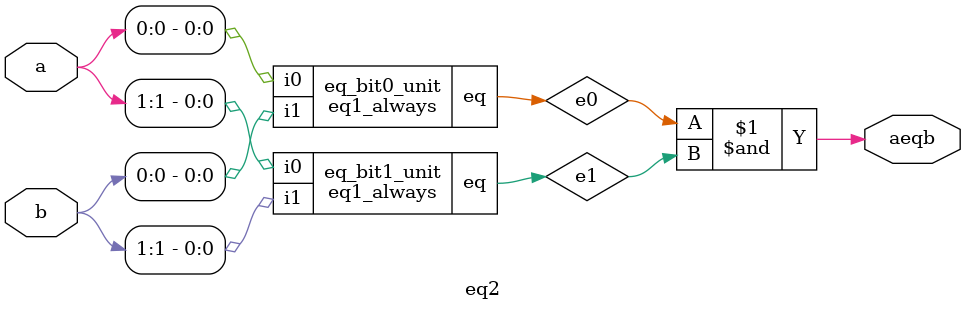
<source format=v>

module eq1_always 
(
	input wire i0, i1,
	output reg eq  // eq assigned to be reg
);

reg p0, p1;

always @(i0, i1)
	begin
		p0 = ~i0 & ~i1;
		p1 = i0 & i1;
		eq = p0 | p1;
	end
endmodule

module eq2
(
	input wire[1:0] a,b,
	output wire aeqb
);

wire e0, e1 ;

eq1_always eq_bit0_unit ( .i0(a[0]), .i1(b[0]), .eq(e0) );

eq1_always eq_bit1_unit ( .i0(a[1]), .i1(b[1]), .eq(e1) );

assign aeqb = e0 & e1 ;
endmodule

	
	





</source>
